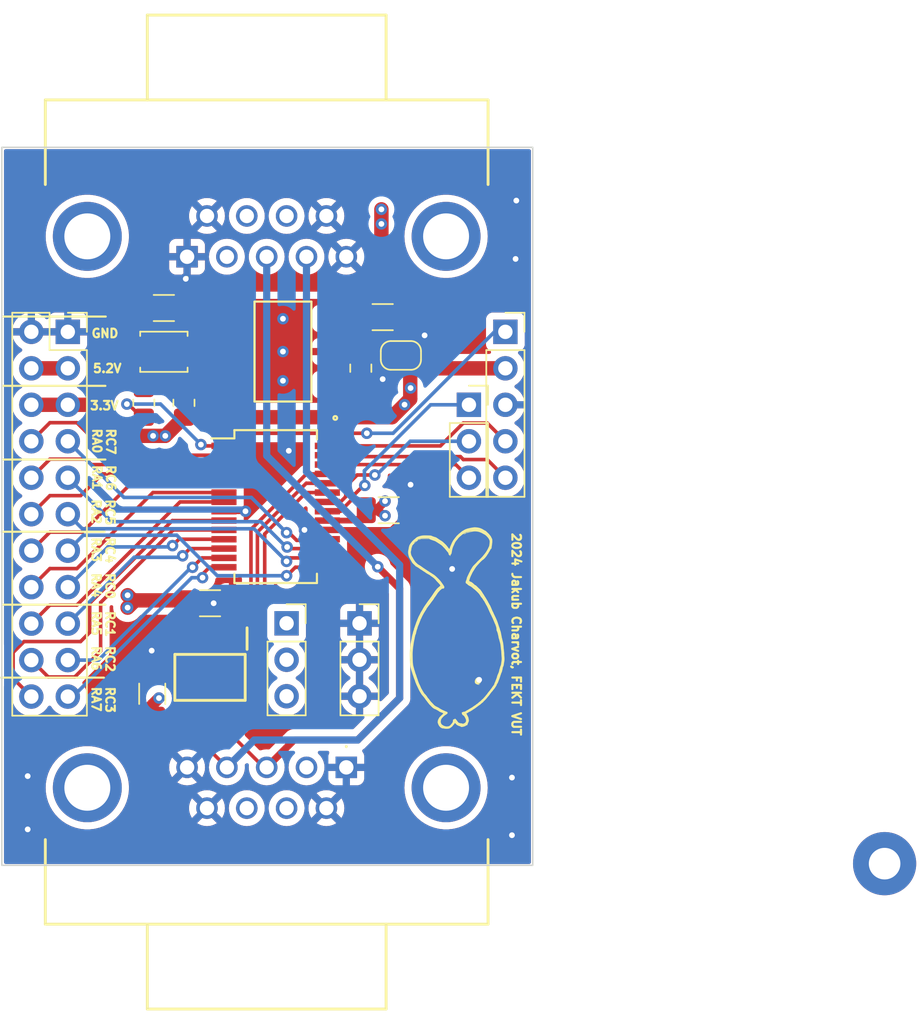
<source format=kicad_pcb>
(kicad_pcb (version 20221018) (generator pcbnew)
  (layers (0 "F.Cu" signal) (1 "In1.Cu" signal) (2 "In2.Cu" signal) (31 "B.Cu" signal) (34 "B.Paste" user) (35 "F.Paste" user) (36 "B.SilkS" user "B.Silkscreen") (37 "F.SilkS" user "F.Silkscreen") (38 "B.Mask" user) (39 "F.Mask" user) (44 "Edge.Cuts" user))
  (net 0 "")
  (net 1 "GND")
  (net 2 "/5.2V")
  (net 3 "Net-(IC1-CANH)")
  (net 4 "Net-(IC1-CANL)")
  (net 9 "/VDD")
  (net 10 "Net-(C4-Pad1)")
  (net 11 "/24V")
  (net 12 "/~{MCLR}")
  (net 13 "/RA0")
  (net 14 "/RA1")
  (net 15 "/RA2")
  (net 16 "/RA3")
  (net 17 "/RA4")
  (net 18 "/RA5")
  (net 19 "/RA7")
  (net 20 "/RA6")
  (net 21 "/RC0")
  (net 22 "/RC1")
  (net 23 "/RC2")
  (net 24 "/RC3")
  (net 25 "/RC4")
  (net 26 "/RC5")
  (net 27 "/RC6")
  (net 28 "/RC7")
  (net 29 "/RB0")
  (net 30 "/RB1")
  (net 31 "/CAN_RX")
  (net 32 "/CAN_TX")
  (net 33 "/RB5")
  (net 34 "/ICSP_CLK")
  (net 35 "/ICSP_DAT")
  (net 36 "/3V3")
  (net 37 "/CAN_STBY")
  (footprint "TLV761:SOT_8DCYR_TEX" (layer "F.Cu") (at 218.186 71.374 90)
    (fp_text reference "U1" hide)
    (fp_text value "TLV76133DCYR" hide)
    (pad "1" smd rect (at -2.3 3.2639 90) (size 0.889 1.4732) (layers "F.Cu" "F.Paste" "F.Mask") (net 1 "GND"))
    (pad "2" smd rect (at 0 3.2639 90) (size 0.889 1.4732) (layers "F.Cu" "F.Paste" "F.Mask") (net 36 "/3V3"))
    (pad "3" smd rect (at 2.3 3.2639 90) (size 0.889 1.4732) (layers "F.Cu" "F.Paste" "F.Mask") (net 2 "/5.2V"))
    (pad "4" smd rect (at 0 -3.2639 90) (size 3.1496 1.4732) (layers "F.Cu" "F.Paste" "F.Mask") (net 36 "/3V3"))
  )
  (footprint "Button_Switch_SMD:SW_SPST_B3U-1000P" (layer "F.Cu") (at 209.8929 71.388 180)
    (fp_text reference "SW1" hide)
    (fp_text value "SW_Push" hide)
    (pad "1" smd rect (at -1.7 0 180) (size 0.9 1.7) (layers "F.Cu" "F.Paste" "F.Mask") (net 1 "GND"))
    (pad "2" smd rect (at 1.7 0 180) (size 0.9 1.7) (layers "F.Cu" "F.Paste" "F.Mask") (net 10 "Net-(C4-Pad1)"))
  )
  (footprint "Connector_PinSocket_2.54mm:PinSocket_2x11_P2.54mm_Vertical" (layer "F.Cu") (at 203.2 70)
    (fp_text reference "J1" hide)
    (fp_text value "Conn_02x11_Socket" hide)
    (pad "1" thru_hole rect (at 0 0) (size 1.7 1.7) (drill 1) (layers "*.Cu" "*.Mask") (net 1 "GND"))
    (pad "2" thru_hole oval (at -2.54 0) (size 1.7 1.7) (drill 1) (layers "*.Cu" "*.Mask") (net 1 "GND"))
    (pad "3" thru_hole oval (at 0 2.54) (size 1.7 1.7) (drill 1) (layers "*.Cu" "*.Mask") (net 2 "/5.2V"))
    (pad "4" thru_hole oval (at -2.54 2.54) (size 1.7 1.7) (drill 1) (layers "*.Cu" "*.Mask") (net 2 "/5.2V"))
    (pad "5" thru_hole oval (at 0 5.08) (size 1.7 1.7) (drill 1) (layers "*.Cu" "*.Mask") (net 9 "/VDD"))
    (pad "6" thru_hole oval (at -2.54 5.08) (size 1.7 1.7) (drill 1) (layers "*.Cu" "*.Mask") (net 9 "/VDD"))
    (pad "7" thru_hole oval (at 0 7.62) (size 1.7 1.7) (drill 1) (layers "*.Cu" "*.Mask") (net 28 "/RC7"))
    (pad "8" thru_hole oval (at -2.54 7.62) (size 1.7 1.7) (drill 1) (layers "*.Cu" "*.Mask") (net 13 "/RA0"))
    (pad "9" thru_hole oval (at 0 10.16) (size 1.7 1.7) (drill 1) (layers "*.Cu" "*.Mask") (net 27 "/RC6"))
    (pad "10" thru_hole oval (at -2.54 10.16) (size 1.7 1.7) (drill 1) (layers "*.Cu" "*.Mask") (net 14 "/RA1"))
    (pad "11" thru_hole oval (at 0 12.7) (size 1.7 1.7) (drill 1) (layers "*.Cu" "*.Mask") (net 26 "/RC5"))
    (pad "12" thru_hole oval (at -2.54 12.7) (size 1.7 1.7) (drill 1) (layers "*.Cu" "*.Mask") (net 15 "/RA2"))
    (pad "13" thru_hole oval (at 0 15.24) (size 1.7 1.7) (drill 1) (layers "*.Cu" "*.Mask") (net 25 "/RC4"))
    (pad "14" thru_hole oval (at -2.54 15.24) (size 1.7 1.7) (drill 1) (layers "*.Cu" "*.Mask") (net 16 "/RA3"))
    (pad "15" thru_hole oval (at 0 17.78) (size 1.7 1.7) (drill 1) (layers "*.Cu" "*.Mask") (net 21 "/RC0"))
    (pad "16" thru_hole oval (at -2.54 17.78) (size 1.7 1.7) (drill 1) (layers "*.Cu" "*.Mask") (net 17 "/RA4"))
    (pad "17" thru_hole oval (at 0 20.32) (size 1.7 1.7) (drill 1) (layers "*.Cu" "*.Mask") (net 22 "/RC1"))
    (pad "18" thru_hole oval (at -2.54 20.32) (size 1.7 1.7) (drill 1) (layers "*.Cu" "*.Mask") (net 18 "/RA5"))
    (pad "19" thru_hole oval (at 0 22.86) (size 1.7 1.7) (drill 1) (layers "*.Cu" "*.Mask") (net 23 "/RC2"))
    (pad "20" thru_hole oval (at -2.54 22.86) (size 1.7 1.7) (drill 1) (layers "*.Cu" "*.Mask") (net 20 "/RA6"))
    (pad "21" thru_hole oval (at 0 25.4) (size 1.7 1.7) (drill 1) (layers "*.Cu" "*.Mask") (net 24 "/RC3"))
    (pad "22" thru_hole oval (at -2.54 25.4) (size 1.7 1.7) (drill 1) (layers "*.Cu" "*.Mask") (net 19 "/RA7"))
  )
  (footprint "DSUB-G17C09001:G17C0900132EU" (layer "F.Cu") (at 211.509 64.77 180)
    (fp_text reference "J3" hide)
    (fp_text value "G17C0900132EU" hide)
    (pad "1" thru_hole rect (at 0 0 180) (size 1.5 1.5) (drill 1) (layers "*.Cu" "*.Mask") (net 1 "GND"))
    (pad "2" thru_hole circle (at -2.772 0 180) (size 1.5 1.5) (drill 1) (layers "*.Cu" "*.Mask") (net 11 "/24V"))
    (pad "3" thru_hole circle (at -5.545 0 180) (size 1.5 1.5) (drill 1) (layers "*.Cu" "*.Mask") (net 3 "Net-(IC1-CANH)"))
    (pad "4" thru_hole circle (at -8.317 0 180) (size 1.5 1.5) (drill 1) (layers "*.Cu" "*.Mask") (net 4 "Net-(IC1-CANL)"))
    (pad "5" thru_hole circle (at -11.09 0 180) (size 1.5 1.5) (drill 1) (layers "*.Cu" "*.Mask") (net 1 "GND"))
    (pad "6" thru_hole circle (at -1.386 2.84 180) (size 1.5 1.5) (drill 1) (layers "*.Cu" "*.Mask") (net 1 "GND"))
    (pad "7" thru_hole circle (at -4.159 2.84 180) (size 1.5 1.5) (drill 1) (layers "*.Cu" "*.Mask") (net 11 "/24V"))
    (pad "8" thru_hole circle (at -6.931 2.84 180) (size 1.5 1.5) (drill 1) (layers "*.Cu" "*.Mask") (net 2 "/5.2V"))
    (pad "9" thru_hole circle (at -9.704 2.84 180) (size 1.5 1.5) (drill 1) (layers "*.Cu" "*.Mask") (net 1 "GND"))
    (pad "MH1" thru_hole circle (at 6.95 1.42 180) (size 4.8 4.8) (drill 3.2) (layers "*.Cu" "*.Mask"))
    (pad "MH2" thru_hole circle (at -18.04 1.42 180) (size 4.8 4.8) (drill 3.2) (layers "*.Cu" "*.Mask"))
  )
  (footprint "Capacitor_SMD:C_1206_3216Metric_Pad1.33x1.80mm_HandSolder" (layer "F.Cu") (at 213.106 88.9)
    (fp_text reference "C1" hide)
    (fp_text value "0.1uF" hide)
    (pad "1" smd roundrect (at -1.5625 0) (size 1.325 1.8) (layers "F.Cu" "F.Paste" "F.Mask") (roundrect_rratio 0.188679) (net 2 "/5.2V"))
    (pad "2" smd roundrect (at 1.5625 0) (size 1.325 1.8) (layers "F.Cu" "F.Paste" "F.Mask") (roundrect_rratio 0.188679) (net 1 "GND"))
  )
  (footprint "ATA6561-GAQW-N:SOIC127P600X175-8N" (layer "F.Cu") (at 213.106 94.06275 -90)
    (fp_text reference "IC1" hide)
    (fp_text value "ATA6561-GAQW-N" hide)
    (pad "1" smd rect (at -2.7 -1.905) (size 0.65 1.5) (layers "F.Cu" "F.Paste" "F.Mask") (net 32 "/CAN_TX"))
    (pad "2" smd rect (at -2.7 -0.635) (size 0.65 1.5) (layers "F.Cu" "F.Paste" "F.Mask") (net 1 "GND"))
    (pad "3" smd rect (at -2.7 0.635) (size 0.65 1.5) (layers "F.Cu" "F.Paste" "F.Mask") (net 2 "/5.2V"))
    (pad "4" smd rect (at -2.7 1.905) (size 0.65 1.5) (layers "F.Cu" "F.Paste" "F.Mask") (net 31 "/CAN_RX"))
    (pad "5" smd rect (at 2.7 1.905) (size 0.65 1.5) (layers "F.Cu" "F.Paste" "F.Mask") (net 9 "/VDD"))
    (pad "6" smd rect (at 2.7 0.635) (size 0.65 1.5) (layers "F.Cu" "F.Paste" "F.Mask") (net 4 "Net-(IC1-CANL)"))
    (pad "7" smd rect (at 2.7 -0.635) (size 0.65 1.5) (layers "F.Cu" "F.Paste" "F.Mask") (net 3 "Net-(IC1-CANH)"))
    (pad "8" smd rect (at 2.7 -1.905) (size 0.65 1.5) (layers "F.Cu" "F.Paste" "F.Mask") (net 37 "/CAN_STBY"))
  )
  (footprint "Resistor_SMD:R_0805_2012Metric_Pad1.20x1.40mm_HandSolder" (layer "F.Cu") (at 211.2899 74.944 -90)
    (fp_text reference "R1" hide)
    (fp_text value "10k" hide)
    (pad "1" smd roundrect (at -1 0 270) (size 1.2 1.4) (layers "F.Cu" "F.Paste" "F.Mask") (roundrect_rratio 0.208333) (net 10 "Net-(C4-Pad1)"))
    (pad "2" smd roundrect (at 1 0 270) (size 1.2 1.4) (layers "F.Cu" "F.Paste" "F.Mask") (roundrect_rratio 0.208333) (net 9 "/VDD"))
  )
  (footprint "DSUB-G17C09001:G17C0900132EU" (layer "F.Cu") (at 222.599 100.33)
    (fp_text reference "J4" hide)
    (fp_text value "G17C0900132EU" hide)
    (pad "1" thru_hole rect (at 0 0) (size 1.5 1.5) (drill 1) (layers "*.Cu" "*.Mask") (net 1 "GND"))
    (pad "2" thru_hole circle (at -2.772 0) (size 1.5 1.5) (drill 1) (layers "*.Cu" "*.Mask") (net 11 "/24V"))
    (pad "3" thru_hole circle (at -5.545 0) (size 1.5 1.5) (drill 1) (layers "*.Cu" "*.Mask") (net 3 "Net-(IC1-CANH)"))
    (pad "4" thru_hole circle (at -8.317 0) (size 1.5 1.5) (drill 1) (layers "*.Cu" "*.Mask") (net 4 "Net-(IC1-CANL)"))
    (pad "5" thru_hole circle (at -11.09 0) (size 1.5 1.5) (drill 1) (layers "*.Cu" "*.Mask") (net 1 "GND"))
    (pad "6" thru_hole circle (at -1.386 2.84) (size 1.5 1.5) (drill 1) (layers "*.Cu" "*.Mask") (net 1 "GND"))
    (pad "7" thru_hole circle (at -4.159 2.84) (size 1.5 1.5) (drill 1) (layers "*.Cu" "*.Mask") (net 11 "/24V"))
    (pad "8" thru_hole circle (at -6.931 2.84) (size 1.5 1.5) (drill 1) (layers "*.Cu" "*.Mask") (net 2 "/5.2V"))
    (pad "9" thru_hole circle (at -9.704 2.84) (size 1.5 1.5) (drill 1) (layers "*.Cu" "*.Mask") (net 1 "GND"))
    (pad "MH1" thru_hole circle (at 6.95 1.42) (size 4.8 4.8) (drill 3.2) (layers "*.Cu" "*.Mask"))
    (pad "MH2" thru_hole circle (at -18.04 1.42) (size 4.8 4.8) (drill 3.2) (layers "*.Cu" "*.Mask"))
  )
  (footprint "Package_SO:SSOP-28_5.3x10.2mm_P0.65mm" (layer "F.Cu") (at 217.678 82.169)
    (fp_text reference "U2" hide)
    (fp_text value "PIC18F26Q83" hide)
    (pad "1" smd rect (at -3.6 -4.225) (size 1.75 0.45) (layers "F.Cu" "F.Paste" "F.Mask") (net 12 "/~{MCLR}"))
    (pad "2" smd rect (at -3.6 -3.575) (size 1.75 0.45) (layers "F.Cu" "F.Paste" "F.Mask") (net 13 "/RA0"))
    (pad "3" smd rect (at -3.6 -2.925) (size 1.75 0.45) (layers "F.Cu" "F.Paste" "F.Mask") (net 14 "/RA1"))
    (pad "4" smd rect (at -3.6 -2.275) (size 1.75 0.45) (layers "F.Cu" "F.Paste" "F.Mask") (net 15 "/RA2"))
    (pad "5" smd rect (at -3.6 -1.625) (size 1.75 0.45) (layers "F.Cu" "F.Paste" "F.Mask") (net 16 "/RA3"))
    (pad "6" smd rect (at -3.6 -0.975) (size 1.75 0.45) (layers "F.Cu" "F.Paste" "F.Mask") (net 17 "/RA4"))
    (pad "7" smd rect (at -3.6 -0.325) (size 1.75 0.45) (layers "F.Cu" "F.Paste" "F.Mask") (net 18 "/RA5"))
    (pad "8" smd rect (at -3.6 0.325) (size 1.75 0.45) (layers "F.Cu" "F.Paste" "F.Mask") (net 1 "GND"))
    (pad "9" smd rect (at -3.6 0.975) (size 1.75 0.45) (layers "F.Cu" "F.Paste" "F.Mask") (net 19 "/RA7"))
    (pad "10" smd rect (at -3.6 1.625) (size 1.75 0.45) (layers "F.Cu" "F.Paste" "F.Mask") (net 20 "/RA6"))
    (pad "11" smd rect (at -3.6 2.275) (size 1.75 0.45) (layers "F.Cu" "F.Paste" "F.Mask") (net 21 "/RC0"))
    (pad "12" smd rect (at -3.6 2.925) (size 1.75 0.45) (layers "F.Cu" "F.Paste" "F.Mask") (net 22 "/RC1"))
    (pad "13" smd rect (at -3.6 3.575) (size 1.75 0.45) (layers "F.Cu" "F.Paste" "F.Mask") (net 23 "/RC2"))
    (pad "14" smd rect (at -3.6 4.225) (size 1.75 0.45) (layers "F.Cu" "F.Paste" "F.Mask") (net 24 "/RC3"))
    (pad "15" smd rect (at 3.6 4.225) (size 1.75 0.45) (layers "F.Cu" "F.Paste" "F.Mask") (net 25 "/RC4"))
    (pad "16" smd rect (at 3.6 3.575) (size 1.75 0.45) (layers "F.Cu" "F.Paste" "F.Mask") (net 26 "/RC5"))
    (pad "17" smd rect (at 3.6 2.925) (size 1.75 0.45) (layers "F.Cu" "F.Paste" "F.Mask") (net 27 "/RC6"))
    (pad "18" smd rect (at 3.6 2.275) (size 1.75 0.45) (layers "F.Cu" "F.Paste" "F.Mask") (net 28 "/RC7"))
    (pad "19" smd rect (at 3.6 1.625) (size 1.75 0.45) (layers "F.Cu" "F.Paste" "F.Mask") (net 1 "GND"))
    (pad "20" smd rect (at 3.6 0.975) (size 1.75 0.45) (layers "F.Cu" "F.Paste" "F.Mask") (net 9 "/VDD"))
    (pad "21" smd rect (at 3.6 0.325) (size 1.75 0.45) (layers "F.Cu" "F.Paste" "F.Mask") (net 29 "/RB0"))
    (pad "22" smd rect (at 3.6 -0.325) (size 1.75 0.45) (layers "F.Cu" "F.Paste" "F.Mask") (net 30 "/RB1"))
    (pad "23" smd rect (at 3.6 -0.975) (size 1.75 0.45) (layers "F.Cu" "F.Paste" "F.Mask") (net 37 "/CAN_STBY"))
    (pad "24" smd rect (at 3.6 -1.625) (size 1.75 0.45) (layers "F.Cu" "F.Paste" "F.Mask") (net 31 "/CAN_RX"))
    (pad "25" smd rect (at 3.6 -2.275) (size 1.75 0.45) (layers "F.Cu" "F.Paste" "F.Mask") (net 32 "/CAN_TX"))
    (pad "26" smd rect (at 3.6 -2.925) (size 1.75 0.45) (layers "F.Cu" "F.Paste" "F.Mask") (net 33 "/RB5"))
    (pad "27" smd rect (at 3.6 -3.575) (size 1.75 0.45) (layers "F.Cu" "F.Paste" "F.Mask") (net 34 "/ICSP_CLK"))
    (pad "28" smd rect (at 3.6 -4.225) (size 1.75 0.45) (layers "F.Cu" "F.Paste" "F.Mask") (net 35 "/ICSP_DAT"))
  )
  (footprint "Capacitor_SMD:C_1206_3216Metric_Pad1.33x1.80mm_HandSolder" (layer "F.Cu") (at 225.552 82.423)
    (fp_text reference "C6" hide)
    (fp_text value "0.1u" hide)
    (pad "1" smd roundrect (at -1.5625 0) (size 1.325 1.8) (layers "F.Cu" "F.Paste" "F.Mask") (roundrect_rratio 0.188679) (net 9 "/VDD"))
    (pad "2" smd roundrect (at 1.5625 0) (size 1.325 1.8) (layers "F.Cu" "F.Paste" "F.Mask") (roundrect_rratio 0.188679) (net 1 "GND"))
  )
  (footprint "LOGO" (layer "F.Cu") (at 230.2764 90.7796 -90)
    (fp_text reference "G***" hide)
    (fp_text value "LOGO" hide)
  )
  (footprint "Capacitor_SMD:C_1206_3216Metric_Pad1.33x1.80mm_HandSolder" (layer "F.Cu") (at 209.8929 68.34)
    (fp_text reference "C4" hide)
    (fp_text value "0.1u" hide)
    (pad "1" smd roundrect (at -1.5625 0) (size 1.325 1.8) (layers "F.Cu" "F.Paste" "F.Mask") (roundrect_rratio 0.188679) (net 10 "Net-(C4-Pad1)"))
    (pad "2" smd roundrect (at 1.5625 0) (size 1.325 1.8) (layers "F.Cu" "F.Paste" "F.Mask") (roundrect_rratio 0.188679) (net 1 "GND"))
  )
  (footprint "Capacitor_SMD:C_1206_3216Metric_Pad1.33x1.80mm_HandSolder" (layer "F.Cu") (at 225.1329 68.975)
    (fp_text reference "C3" hide)
    (fp_text value "22uF" hide)
    (pad "1" smd roundrect (at -1.5625 0) (size 1.325 1.8) (layers "F.Cu" "F.Paste" "F.Mask") (roundrect_rratio 0.188679) (net 2 "/5.2V"))
    (pad "2" smd roundrect (at 1.5625 0) (size 1.325 1.8) (layers "F.Cu" "F.Paste" "F.Mask") (roundrect_rratio 0.188679) (net 1 "GND"))
  )
  (footprint "Capacitor_SMD:C_1206_3216Metric_Pad1.33x1.80mm_HandSolder" (layer "F.Cu") (at 209.0805 95.20575 90)
    (fp_text reference "C2" hide)
    (fp_text value "0.1uF" hide)
    (pad "1" smd roundrect (at -1.5625 0 90) (size 1.325 1.8) (layers "F.Cu" "F.Paste" "F.Mask") (roundrect_rratio 0.188679) (net 9 "/VDD"))
    (pad "2" smd roundrect (at 1.5625 0 90) (size 1.325 1.8) (layers "F.Cu" "F.Paste" "F.Mask") (roundrect_rratio 0.188679) (net 1 "GND"))
  )
  (footprint "Connector_PinSocket_2.54mm:PinSocket_1x05_P2.54mm_Vertical" (layer "F.Cu") (at 233.68 70)
    (fp_text reference "J8" hide)
    (fp_text value "Conn_01x05_Socket" hide)
    (pad "1" thru_hole rect (at 0 0) (size 1.7 1.7) (drill 1) (layers "*.Cu" "*.Mask") (net 12 "/~{MCLR}"))
    (pad "2" thru_hole oval (at 0 2.54) (size 1.7 1.7) (drill 1) (layers "*.Cu" "*.Mask") (net 9 "/VDD"))
    (pad "3" thru_hole oval (at 0 5.08) (size 1.7 1.7) (drill 1) (layers "*.Cu" "*.Mask") (net 1 "GND"))
    (pad "4" thru_hole oval (at 0 7.62) (size 1.7 1.7) (drill 1) (layers "*.Cu" "*.Mask") (net 35 "/ICSP_DAT"))
    (pad "5" thru_hole oval (at 0 10.16) (size 1.7 1.7) (drill 1) (layers "*.Cu" "*.Mask") (net 34 "/ICSP_CLK"))
  )
  (footprint "Capacitor_SMD:C_0805_2012Metric_Pad1.18x1.45mm_HandSolder" (layer "F.Cu") (at 223.6089 72.531 -90)
    (fp_text reference "C5" hide)
    (fp_text value "4.7uF" hide)
    (pad "1" smd roundrect (at -1.0375 0 270) (size 1.175 1.45) (layers "F.Cu" "F.Paste" "F.Mask") (roundrect_rratio 0.212766) (net 36 "/3V3"))
    (pad "2" smd roundrect (at 1.0375 0 270) (size 1.175 1.45) (layers "F.Cu" "F.Paste" "F.Mask") (roundrect_rratio 0.212766) (net 1 "GND"))
  )
  (footprint "MountingHole:MountingHole_2.2mm_M2_Pad" (layer "F.Cu") (at 260.096 107.0356)
    (fp_text reference "REF**" hide)
    (fp_text value "MountingHole_2.2mm_M2_Pad" hide)
    (pad "1" thru_hole circle (at 0 0) (size 4.4 4.4) (drill 2.2) (layers "*.Cu" "*.Mask"))
  )
  (footprint "Connector_PinSocket_2.54mm:PinSocket_1x03_P2.54mm_Vertical" (layer "F.Cu") (at 218.44 90.297)
    (fp_text reference "J9" hide)
    (fp_text value "Conn_01x03_Socket" hide)
    (pad "1" thru_hole rect (at 0 0) (size 1.7 1.7) (drill 1) (layers "*.Cu" "*.Mask") (net 11 "/24V"))
    (pad "2" thru_hole oval (at 0 2.54) (size 1.7 1.7) (drill 1) (layers "*.Cu" "*.Mask") (net 11 "/24V"))
    (pad "3" thru_hole oval (at 0 5.08) (size 1.7 1.7) (drill 1) (layers "*.Cu" "*.Mask") (net 11 "/24V"))
  )
  (footprint "Connector_PinSocket_2.54mm:PinSocket_1x03_P2.54mm_Vertical" (layer "F.Cu") (at 223.52 90.297)
    (fp_text reference "J6" hide)
    (fp_text value "Conn_01x03_Socket" hide)
    (pad "1" thru_hole rect (at 0 0) (size 1.7 1.7) (drill 1) (layers "*.Cu" "*.Mask") (net 1 "GND"))
    (pad "2" thru_hole oval (at 0 2.54) (size 1.7 1.7) (drill 1) (layers "*.Cu" "*.Mask") (net 1 "GND"))
    (pad "3" thru_hole oval (at 0 5.08) (size 1.7 1.7) (drill 1) (layers "*.Cu" "*.Mask") (net 1 "GND"))
  )
  (footprint "Resistor_SMD:R_0805_2012Metric_Pad1.20x1.40mm_HandSolder" (layer "F.Cu") (at 208.4959 74.944 -90)
    (fp_text reference "R2" hide)
    (fp_text value "1k" hide)
    (pad "1" smd roundrect (at -1 0 270) (size 1.2 1.4) (layers "F.Cu" "F.Paste" "F.Mask") (roundrect_rratio 0.208333) (net 10 "Net-(C4-Pad1)"))
    (pad "2" smd roundrect (at 1 0 270) (size 1.2 1.4) (layers "F.Cu" "F.Paste" "F.Mask") (roundrect_rratio 0.208333) (net 12 "/~{MCLR}"))
  )
  (footprint "Connector_PinSocket_2.54mm:PinSocket_1x03_P2.54mm_Vertical" (layer "F.Cu") (at 231.14 75.08)
    (fp_text reference "J5" hide)
    (fp_text value "Conn_01x03_Socket" hide)
    (pad "1" thru_hole rect (at 0 0) (size 1.7 1.7) (drill 1) (layers "*.Cu" "*.Mask") (net 29 "/RB0"))
    (pad "2" thru_hole oval (at 0 2.54) (size 1.7 1.7) (drill 1) (layers "*.Cu" "*.Mask") (net 30 "/RB1"))
    (pad "3" thru_hole oval (at 0 5.08) (size 1.7 1.7) (drill 1) (layers "*.Cu" "*.Mask") (net 33 "/RB5"))
  )
  (footprint "Jumper:SolderJumper-2_P1.3mm_Open_RoundedPad1.0x1.5mm" (layer "F.Cu") (at 226.4029 71.642)
    (fp_text reference "JP1" hide)
    (fp_text value "SolderJumper_2_Open" hide)
    (pad "1" smd custom (at -0.65 0) (size 1 0.5) (layers "F.Cu" "F.Mask") (net 36 "/3V3") (options (clearance outline) (anchor rect)) (primitives (gr_circle (center 0 0.25) (end 0.5 0.25) (width 0) (fill yes)) (gr_circle (center 0 -0.25) (end 0.5 -0.25) (width 0) (fill yes)) (gr_poly (pts (xy 0.5 0.75) (xy 0 0.75) (xy 0 -0.75) (xy 0.5 -0.75)) (width 0) (fill yes))))
    (pad "2" smd custom (at 0.65 0) (size 1 0.5) (layers "F.Cu" "F.Mask") (net 9 "/VDD") (options (clearance outline) (anchor rect)) (primitives (gr_circle (center 0 0.25) (end 0.5 0.25) (width 0) (fill yes)) (gr_circle (center 0 -0.25) (end 0.5 -0.25) (width 0) (fill yes)) (gr_poly (pts (xy 0 0.75) (xy -0.5 0.75) (xy -0.5 -0.75) (xy 0 -0.75)) (width 0) (fill yes))))
  )
  (gr_line (start 198.6026 83.9216) (end 205.7654 83.9216) (stroke (width 0.15)) (layer "F.SilkS"))
  (gr_line (start 198.6534 73.7616) (end 205.8162 73.7616) (stroke (width 0.15)) (layer "F.SilkS"))
  (gr_line (start 198.6788 68.9356) (end 205.8416 68.9356) (stroke (width 0.15)) (layer "F.SilkS"))
  (gr_line (start 198.5518 94.0816) (end 205.7146 94.0816) (stroke (width 0.15)) (layer "F.SilkS"))
  (gr_line (start 198.6534 78.8924) (end 205.8162 78.8924) (stroke (width 0.15)) (layer "F.SilkS"))
  (gr_line (start 198.6534 89.0016) (end 205.8162 89.0016) (stroke (width 0.15)) (layer "F.SilkS"))
  (gr_rect (start 198.603 57.15) (end 235.585 107.15) (stroke (width 0.1)) (fill none) (layer "Edge.Cuts"))
  (gr_text "RC6\nRA1" (at 204.8764 79.1972 270) (layer "F.SilkS") (effects (font (size 0.6 0.6)) (justify left bottom)))
  (gr_text "RC0\nRA4" (at 204.8256 86.7156 270) (layer "F.SilkS") (effects (font (size 0.6 0.6)) (justify left bottom)))
  (gr_text "GND" (at 204.7748 70.4596) (layer "F.SilkS") (effects (font (size 0.6 0.6)) (justify left bottom)))
  (gr_text "2024 Jakub Charvot, FEKT VUT" (at 234.0864 83.9216 -90) (layer "F.SilkS") (effects (font (size 0.6 0.6)) (justify left bottom)))
  (gr_text "RC7\nRA0" (at 204.8764 76.6572 -90) (layer "F.SilkS") (effects (font (size 0.6 0.6)) (justify left bottom)))
  (gr_text "RC1\nRA5" (at 204.8256 89.3572 270) (layer "F.SilkS") (effects (font (size 0.6 0.6)) (justify left bottom)))
  (gr_text "RC2\nRA6" (at 204.8256 91.7956 270) (layer "F.SilkS") (effects (font (size 0.6 0.6)) (justify left bottom)))
  (gr_text "5.2V" (at 204.8764 72.898) (layer "F.SilkS") (effects (font (size 0.6 0.6)) (justify left bottom)))
  (gr_text "RC3\nRA7" (at 204.8256 94.6404 270) (layer "F.SilkS") (effects (font (size 0.6 0.6)) (justify left bottom)))
  (gr_text "RC4\nRA3" (at 204.8256 84.2264 270) (layer "F.SilkS") (effects (font (size 0.6 0.6)) (justify left bottom)))
  (gr_text "3.3V" (at 204.6732 75.4888) (layer "F.SilkS") (effects (font (size 0.6 0.6)) (justify left bottom)))
  (gr_text "RC5\nRA2" (at 204.8256 81.5848 270) (layer "F.SilkS") (effects (font (size 0.6 0.6)) (justify left bottom)))
  (segment (start 219.684 83.794) (end 221.278 83.794) (width 0.4) (layer "F.Cu") (net 1))
  (segment (start 213.741 91.36275) (end 213.741 89.8275) (width 0.5) (layer "F.Cu") (net 1))
  (segment (start 226.7839 68.975) (end 228.0539 70.245) (width 0.5) (layer "F.Cu") (net 1))
  (segment (start 211.5929 71.388) (end 211.5929 68.4775) (width 0.5) (layer "F.Cu") (net 1))
  (segment (start 214.6685 88.9) (end 213.36 88.9) (width 0.5) (layer "F.Cu") (net 1))
  (segment (start 215.575 82.494) (end 214.078 82.494) (width 0.4) (layer "F.Cu") (net 1))
  (segment (start 221.4499 73.674) (end 223.5034 73.674) (width 0.6) (layer "F.Cu") (net 1))
  (segment (start 227.1145 80.6835) (end 227.076 80.645) (width 0.4) (layer "F.Cu") (net 1))
  (segment (start 223.8844 73.293) (end 225.1329 73.293) (width 0.6) (layer "F.Cu") (net 1))
  (segment (start 211.5929 68.4775) (end 211.4554 68.34) (width 0.5) (layer "F.Cu") (net 1))
  (segment (start 226.6954 68.975) (end 226.7839 68.975) (width 0.5) (layer "F.Cu") (net 1))
  (segment (start 209.042 92.202) (end 209.0805 92.2405) (width 0.5) (layer "F.Cu") (net 1))
  (segment (start 223.6089 73.5685) (end 223.8844 73.293) (width 0.25) (layer "F.Cu") (net 1))
  (segment (start 211.4554 66.3465) (end 211.4554 68.34) (width 0.5) (layer "F.Cu") (net 1))
  (segment (start 223.5034 73.674) (end 223.6089 73.5685) (width 0.25) (layer "F.Cu") (net 1))
  (segment (start 227.1145 82.423) (end 227.1145 80.6835) (width 0.4) (layer "F.Cu") (net 1))
  (segment (start 225.7435 83.794) (end 227.1145 82.423) (width 0.4) (layer "F.Cu") (net 1))
  (segment (start 213.741 89.8275) (end 214.6685 88.9) (width 0.5) (layer "F.Cu") (net 1))
  (segment (start 221.278 83.794) (end 225.7435 83.794) (width 0.4) (layer "F.Cu") (net 1))
  (segment (start 211.4169 66.308) (end 211.4554 66.3465) (width 0.5) (layer "F.Cu") (net 1))
  (segment (start 209.0805 92.2405) (end 209.0805 93.64325) (width 0.5) (layer "F.Cu") (net 1))
  (via (at 211.4169 66.308) (size 0.8) (drill 0.4) (layers "F.Cu" "B.Cu") (net 1))
  (via (at 213.36 88.9) (size 0.8) (drill 0.4) (layers "F.Cu" "B.Cu") (net 1))
  (via (at 234.1372 101.0412) (size 0.8) (drill 0.4) (layers "F.Cu" "B.Cu") (net 1))
  (via (at 209.042 92.202) (size 0.8) (drill 0.4) (layers "F.Cu" "B.Cu") (net 1))
  (via (at 234.442 60.8584) (size 0.8) (drill 0.4) (layers "F.Cu" "B.Cu") (net 1))
  (via (at 225.1329 73.293) (size 0.8) (drill 0.4) (layers "F.Cu" "B.Cu") (net 1))
  (via (at 234.3912 64.9224) (size 0.8) (drill 0.4) (layers "F.Cu" "B.Cu") (net 1))
  (via (at 228.0539 70.245) (size 0.8) (drill 0.4) (layers "F.Cu" "B.Cu") (net 1))
  (via (at 215.575 82.494) (size 0.8) (drill 0.4) (layers "F.Cu" "B.Cu") (net 1))
  (via (at 231.8512 94.234) (size 0.8) (drill 0.4) (layers "F.Cu" "B.Cu") (net 1))
  (via (at 200.406 100.9396) (size 0.8) (drill 0.4) (layers "F.Cu" "B.Cu") (net 1))
  (via (at 200.406 104.648) (size 0.8) (drill 0.4) (layers "F.Cu" "B.Cu") (net 1))
  (via (at 234.1372 105.0544) (size 0.8) (drill 0.4) (layers "F.Cu" "B.Cu") (net 1))
  (via (at 229.9716 86.5124) (size 0.8) (drill 0.4) (layers "F.Cu" "B.Cu") (net 1))
  (via (at 227.076 80.645) (size 0.8) (drill 0.4) (layers "F.Cu" "B.Cu") (net 1))
  (via (at 219.684 83.794) (size 0.8) (drill 0.4) (layers "F.Cu" "B.Cu") (net 1))
  (via (at 218.5924 78.2828) (size 0.8) (drill 0.4) (layers "F.Cu" "B.Cu") (net 1))
  (segment (start 207.3656 89.2048) (end 207.870178 88.700222) (width 1) (layer "F.Cu") (net 2))
  (segment (start 211.5435 88.9) (end 212.452397 89.808897) (width 0.5) (layer "F.Cu") (net 2))
  (segment (start 207.870178 88.700222) (end 211.343722 88.700222) (width 1) (layer "F.Cu") (net 2))
  (segment (start 203.2 72.54) (end 200.66 72.54) (width 1) (layer "F.Cu") (net 2))
  (segment (start 223.4714 69.074) (end 223.5704 68.975) (width 0.25) (layer "F.Cu") (net 2))
  (segment (start 207.3656 89.2048) (end 207.724622 88.845778) (width 1) (layer "F.Cu") (net 2))
  (segment (start 207.724622 88.845778) (end 207.724622 88.700222) (width 1) (layer "F.Cu") (net 2))
  (segment (start 211.343722 88.700222) (end 211.5435 88.9) (width 1) (layer "F.Cu") (net 2))
  (segment (start 225.044 67.5014) (end 223.5704 68.975) (width 1) (layer "F.Cu") (net 2))
  (segment (start 207.724622 88.700222) (end 207.3656 88.3412) (width 1) (layer "F.Cu") (net 2))
  (segment (start 225.044 62.484) (end 225.044 67.5014) (width 1) (layer "F.Cu") (net 2))
  (segment (start 212.452397 89.808897) (end 212.452397 91.162972) (width 0.5) (layer "F.Cu") (net 2))
  (segment (start 221.4499 69.074) (end 223.4714 69.074) (width 0.6) (layer "F.Cu") (net 2))
  (segment (start 225.044 62.484) (end 225.044 61.468) (width 1) (layer "F.Cu") (net 2))
  (via (at 207.3656 88.3412) (size 0.8) (drill 0.4) (layers "F.Cu" "B.Cu") (net 2))
  (via (at 225.044 61.468) (size 0.8) (drill 0.4) (layers "F.Cu" "B.Cu") (net 2))
  (via (at 225.044 62.484) (size 0.8) (drill 0.4) (layers "F.Cu" "B.Cu") (net 2))
  (via (at 207.3656 89.2048) (size 0.8) (drill 0.4) (layers "F.Cu" "B.Cu") (net 2))
  (segment (start 216.85325 100.33) (end 217.054 100.33) (width 0.25) (layer "F.Cu") (net 3))
  (segment (start 218.959 98.425) (end 217.054 100.33) (width 0.5) (layer "F.Cu") (net 3))
  (segment (start 213.741 96.76275) (end 213.741 97.21775) (width 0.25) (layer "F.Cu") (net 3))
  (segment (start 226.314 95.504) (end 223.393 98.425) (width 0.5) (layer "F.Cu") (net 3))
  (segment (start 223.393 98.425) (end 218.959 98.425) (width 0.5) (layer "F.Cu") (net 3))
  (segment (start 226.314 87.884) (end 226.314 95.504) (width 0.5) (layer "F.Cu") (net 3))
  (segment (start 213.741 97.21775) (end 216.85325 100.33) (width 0.25) (layer "F.Cu") (net 3))
  (segment (start 224.79 86.36) (end 226.314 87.884) (width 0.5) (layer "F.Cu") (net 3))
  (via (at 224.79 86.36) (size 0.8) (drill 0.4) (layers "F.Cu" "B.Cu") (net 3))
  (segment (start 217.054 78.624) (end 217.054 64.77) (width 0.5) (layer "B.Cu") (net 3))
  (segment (start 224.79 86.36) (end 217.054 78.624) (width 0.5) (layer "B.Cu") (net 3))
  (segment (start 212.471 98.519) (end 212.471 96.76275) (width 0.25) (layer "F.Cu") (net 4))
  (segment (start 214.282 100.33) (end 212.471 98.519) (width 0.25) (layer "F.Cu") (net 4))
  (segment (start 223.393 98.425) (end 226.314 95.504) (width 0.5) (layer "B.Cu") (net 4))
  (segment (start 219.826 79.745) (end 219.826 64.77) (width 0.5) (layer "B.Cu") (net 4))
  (segment (start 216.187 98.425) (end 223.393 98.425) (width 0.5) (layer "B.Cu") (net 4))
  (segment (start 226.314 86.233) (end 219.826 79.745) (width 0.5) (layer "B.Cu") (net 4))
  (segment (start 226.314 95.504) (end 226.314 86.233) (width 0.5) (layer "B.Cu") (net 4))
  (segment (start 214.282 100.33) (end 216.187 98.425) (width 0.5) (layer "B.Cu") (net 4))
  (segment (start 224.663 82.423) (end 225.298 81.788) (width 0.6) (layer "F.Cu") (net 9))
  (segment (start 211.2899 75.944) (end 211.2919 75.946) (width 1) (layer "F.Cu") (net 9))
  (segment (start 209.9899 77.244) (end 211.2899 75.944) (width 1) (layer "F.Cu") (net 9))
  (segment (start 209.086 96.76275) (end 209.0805 96.76825) (width 0.25) (layer "F.Cu") (net 9))
  (segment (start 209.55 95.504) (end 209.0805 95.9735) (width 0.8) (layer "F.Cu") (net 9))
  (segment (start 206.916 77.244) (end 204.752 75.08) (width 1) (layer "F.Cu") (net 9))
  (segment (start 209.139897 77.244) (end 206.916 77.244) (width 1) (layer "F.Cu") (net 9))
  (segment (start 203.2 75.08) (end 200.66 75.08) (width 1) (layer "F.Cu") (net 9))
  (segment (start 211.2919 75.946) (end 225.7819 75.946) (width 1) (layer "F.Cu") (net 9))
  (segment (start 221.278 83.144) (end 223.2685 83.144) (width 0.4) (layer "F.Cu") (net 9))
  (segment (start 211.1125 96.76275) (end 209.086 96.76275) (width 0.5) (layer "F.Cu") (net 9))
  (segment (start 211.074 96.76275) (end 211.074 97.18775) (width 0.25) (layer "F.Cu") (net 9))
  (segment (start 204.752 75.08) (end 203.2 75.08) (width 1) (layer "F.Cu") (net 9))
  (segment (start 225.7819 75.946) (end 227.0529 74.675) (width 1) (layer "F.Cu") (net 9))
  (segment (start 224.663 82.423) (end 224.1165 82.296) (width 0.6) (layer "F.Cu") (net 9))
  (segment (start 227.9509 72.54) (end 233.68 72.54) (width 1) (layer "F.Cu") (net 9))
  (segment (start 209.0805 95.9735) (end 209.0805 96.76825) (width 0.8) (layer "F.Cu") (net 9))
  (segment (start 227.0529 74.675) (end 227.0529 71.642) (width 1) (layer "F.Cu") (net 9))
  (segment (start 227.0529 71.642) (end 227.9509 72.54) (width 1) (layer "F.Cu") (net 9))
  (segment (start 225.298 82.804) (end 224.663 82.423) (width 0.6) (layer "F.Cu") (net 9))
  (segment (start 223.9895 82.423) (end 224.663 82.423) (width 0.6) (layer "F.Cu") (net 9))
  (segment (start 209.139897 77.244) (end 209.9899 77.244) (width 1) (layer "F.Cu") (net 9))
  (segment (start 223.2685 83.144) (end 223.9895 82.423) (width 0.4) (layer "F.Cu") (net 9))
  (segment (start 224.1165 82.296) (end 223.9895 82.423) (width 0.4) (layer "F.Cu") (net 9))
  (via (at 227.076 73.914) (size 0.8) (drill 0.4) (layers "F.Cu" "B.Cu") (net 9))
  (via (at 209.9899 77.244) (size 0.8) (drill 0.4) (layers "F.Cu" "B.Cu") (net 9))
  (via (at 226.6569 75.071) (size 0.8) (drill 0.4) (layers "F.Cu" "B.Cu") (net 9))
  (via (at 225.298 81.788) (size 0.8) (drill 0.4) (layers "F.Cu" "B.Cu") (net 9))
  (via (at 209.139897 77.244) (size 0.8) (drill 0.4) (layers "F.Cu" "B.Cu") (net 9))
  (via (at 225.298 82.804) (size 0.8) (drill 0.4) (layers "F.Cu" "B.Cu") (net 9))
  (via (at 209.55 95.504) (size 0.8) (drill 0.4) (layers "F.Cu" "B.Cu") (net 9))
  (segment (start 208.1929 68.4775) (end 208.3304 68.34) (width 0.25) (layer "F.Cu") (net 10))
  (segment (start 208.1929 73.641) (end 208.4959 73.944) (width 0.25) (layer "F.Cu") (net 10))
  (segment (start 208.1929 71.388) (end 208.1929 73.641) (width 0.25) (layer "F.Cu") (net 10))
  (segment (start 208.1929 71.388) (end 208.1929 68.4775) (width 0.25) (layer "F.Cu") (net 10))
  (segment (start 208.4959 73.944) (end 211.2899 73.944) (width 0.25) (layer "F.Cu") (net 10))
  (segment (start 212.564 77.944) (end 212.471 77.851) (width 0.25) (layer "F.Cu") (net 12))
  (segment (start 214.078 77.944) (end 212.564 77.944) (width 0.25) (layer "F.Cu") (net 12))
  (segment (start 214.078 77.944) (end 214.9584 77.0636) (width 0.25) (layer "F.Cu") (net 12))
  (segment (start 207.3148 75.0316) (end 207.4164 75.0316) (width 0.25) (layer "F.Cu") (net 12))
  (segment (start 208.3288 75.944) (end 208.4959 75.944) (width 0.25) (layer "F.Cu") (net 12))
  (segment (start 207.4164 75.0316) (end 208.3288 75.944) (width 0.25) (layer "F.Cu") (net 12))
  (segment (start 214.9584 77.0636) (end 224.028 77.0636) (width 0.25) (layer "F.Cu") (net 12))
  (via (at 224.028 77.0636) (size 0.8) (drill 0.4) (layers "F.Cu" "B.Cu") (net 12))
  (via (at 207.3148 75.0316) (size 0.8) (drill 0.4) (layers "F.Cu" "B.Cu") (net 12))
  (via (at 212.471 77.851) (size 0.8) (drill 0.4) (layers "F.Cu" "B.Cu") (net 12))
  (segment (start 207.3148 75.0316) (end 209.660905 75.0316) (width 0.25) (layer "B.Cu") (net 12))
  (segment (start 209.660905 75.0316) (end 212.471 77.841695) (width 0.25) (layer "B.Cu") (net 12))
  (segment (start 232.919251 70) (end 233.68 70) (width 0.25) (layer "B.Cu") (net 12))
  (segment (start 224.028 77.0636) (end 225.855651 77.0636) (width 0.25) (layer "B.Cu") (net 12))
  (segment (start 212.471 77.841695) (end 212.471 77.851) (width 0.25) (layer "B.Cu") (net 12))
  (segment (start 225.855651 77.0636) (end 232.919251 70) (width 0.25) (layer "B.Cu") (net 12))
  (segment (start 201.953 76.327) (end 203.835 76.327) (width 0.25) (layer "F.Cu") (net 13))
  (segment (start 206.102 78.594) (end 214.078 78.594) (width 0.25) (layer "F.Cu") (net 13))
  (segment (start 200.66 77.62) (end 201.953 76.327) (width 0.25) (layer "F.Cu") (net 13))
  (segment (start 203.835 76.327) (end 206.102 78.594) (width 0.25) (layer "F.Cu") (net 13))
  (segment (start 204.847 79.244) (end 214.078 79.244) (width 0.25) (layer "F.Cu") (net 14))
  (segment (start 201.953 78.867) (end 204.47 78.867) (width 0.25) (layer "F.Cu") (net 14))
  (segment (start 204.47 78.867) (end 204.847 79.244) (width 0.25) (layer "F.Cu") (net 14))
  (segment (start 200.66 80.16) (end 201.953 78.867) (width 0.25) (layer "F.Cu") (net 14))
  (segment (start 205.602 79.894) (end 214.078 79.894) (width 0.25) (layer "F.Cu") (net 15))
  (segment (start 204.089 81.407) (end 205.602 79.894) (width 0.25) (layer "F.Cu") (net 15))
  (segment (start 201.953 81.407) (end 204.089 81.407) (width 0.25) (layer "F.Cu") (net 15))
  (segment (start 200.66 82.7) (end 201.953 81.407) (width 0.25) (layer "F.Cu") (net 15))
  (segment (start 200.66 85.24) (end 201.953 83.947) (width 0.25) (layer "F.Cu") (net 16))
  (segment (start 207.620396 80.544) (end 214.078 80.544) (width 0.25) (layer "F.Cu") (net 16))
  (segment (start 201.953 83.947) (end 204.217396 83.947) (width 0.25) (layer "F.Cu") (net 16))
  (segment (start 204.217396 83.947) (end 207.620396 80.544) (width 0.25) (layer "F.Cu") (net 16))
  (segment (start 201.953 86.487) (end 203.835 86.487) (width 0.25) (layer "F.Cu") (net 17))
  (segment (start 200.66 87.78) (end 201.953 86.487) (width 0.25) (layer "F.Cu") (net 17))
  (segment (start 203.835 86.487) (end 209.128 81.194) (width 0.25) (layer "F.Cu") (net 17))
  (segment (start 209.128 81.194) (end 214.078 81.194) (width 0.25) (layer "F.Cu") (net 17))
  (segment (start 203.835 89.027) (end 211.018 81.844) (width 0.25) (layer "F.Cu") (net 18))
  (segment (start 211.018 81.844) (end 214.078 81.844) (width 0.25) (layer "F.Cu") (net 18))
  (segment (start 201.953 89.027) (end 203.835 89.027) (width 0.25) (layer "F.Cu") (net 18))
  (segment (start 200.66 90.32) (end 201.953 89.027) (width 0.25) (layer "F.Cu") (net 18))
  (segment (start 204.724 88.9) (end 204.724 90.931999) (width 0.25) (layer "F.Cu") (net 19))
  (segment (start 214.078 83.144) (end 210.48 83.144) (width 0.25) (layer "F.Cu") (net 19))
  (segment (start 200.152 91.567) (end 199.39 92.329) (width 0.25) (layer "F.Cu") (net 19))
  (segment (start 210.48 83.144) (end 204.724 88.9) (width 0.25) (layer "F.Cu") (net 19))
  (segment (start 199.39 94.13) (end 200.66 95.4) (width 0.25) (layer "F.Cu") (net 19))
  (segment (start 199.39 92.329) (end 199.39 94.13) (width 0.25) (layer "F.Cu") (net 19))
  (segment (start 204.088999 91.567) (end 200.152 91.567) (width 0.25) (layer "F.Cu") (net 19))
  (segment (start 204.724 90.931999) (end 204.088999 91.567) (width 0.25) (layer "F.Cu") (net 19))
  (segment (start 201.835 94.035) (end 203.686701 94.035) (width 0.25) (layer "F.Cu") (net 20))
  (segment (start 203.686701 94.035) (end 205.486 92.235701) (width 0.25) (layer "F.Cu") (net 20))
  (segment (start 205.486 88.8492) (end 210.5412 83.794) (width 0.25) (layer "F.Cu") (net 20))
  (segment (start 210.5412 83.794) (end 214.078 83.794) (width 0.25) (layer "F.Cu") (net 20))
  (segment (start 200.66 92.86) (end 201.835 94.035) (width 0.25) (layer "F.Cu") (net 20))
  (segment (start 205.486 92.235701) (end 205.486 88.8492) (width 0.25) (layer "F.Cu") (net 20))
  (segment (start 210.93562 84.444) (end 214.078 84.444) (width 0.25) (layer "F.Cu") (net 21))
  (segment (start 210.49131 84.88831) (end 210.93562 84.444) (width 0.25) (layer "F.Cu") (net 21))
  (via (at 210.49131 84.88831) (size 0.8) (drill 0.4) (layers "F.Cu" "B.Cu") (net 21))
  (segment (start 210.403219 84.976401) (end 206.003599 84.976401) (width 0.25) (layer "B.Cu") (net 21))
  (segment (start 210.49131 84.88831) (end 210.403219 84.976401) (width 0.25) (layer "B.Cu") (net 21))
  (segment (start 206.003599 84.976401) (end 203.2 87.78) (width 0.25) (layer "B.Cu") (net 21))
  (segment (start 211.699838 85.094) (end 214.078 85.094) (width 0.25) (layer "F.Cu") (net 22))
  (segment (start 211.198419 85.595419) (end 211.699838 85.094) (width 0.25) (layer "F.Cu") (net 22))
  (via (at 211.198419 85.595419) (size 0.8) (drill 0.4) (layers "F.Cu" "B.Cu") (net 22))
  (segment (start 207.818599 85.701401) (end 203.2 90.32) (width 0.25) (layer "B.Cu") (net 22))
  (segment (start 211.198419 85.595419) (end 211.092437 85.701401) (width 0.25) (layer "B.Cu") (net 22))
  (segment (start 211.092437 85.701401) (end 207.818599 85.701401) (width 0.25) (layer "B.Cu") (net 22))
  (segment (start 211.890083 86.397834) (end 212.543917 85.744) (width 0.25) (layer "F.Cu") (net 23))
  (segment (start 212.543917 85.744) (end 214.078 85.744) (width 0.25) (layer "F.Cu") (net 23))
  (via (at 211.890083 86.397834) (size 0.8) (drill 0.4) (layers "F.Cu" "B.Cu") (net 23))
  (segment (start 211.890083 86.397834) (end 211.798166 86.397834) (width 0.25) (layer "B.Cu") (net 23))
  (segment (start 211.798166 86.397834) (end 205.336 92.86) (width 0.25) (layer "B.Cu") (net 23))
  (segment (start 205.336 92.86) (end 203.2 92.86) (width 0.25) (layer "B.Cu") (net 23))
  (segment (start 212.58418 86.88182) (end 213.072 86.394) (width 0.25) (layer "F.Cu") (net 24))
  (segment (start 212.58418 87.117664) (end 212.58418 86.88182) (width 0.25) (layer "F.Cu") (net 24))
  (segment (start 213.072 86.394) (end 214.078 86.394) (width 0.25) (layer "F.Cu") (net 24))
  (via (at 212.58418 87.117664) (size 0.8) (drill 0.4) (layers "F.Cu" "B.Cu") (net 24))
  (segment (start 203.558 95.4) (end 203.2 95.4) (width 0.25) (layer "B.Cu") (net 24))
  (segment (start 212.57901 87.122834) (end 211.835166 87.122834) (width 0.25) (layer "B.Cu") (net 24))
  (segment (start 211.835166 87.122834) (end 203.558 95.4) (width 0.25) (layer "B.Cu") (net 24))
  (segment (start 212.58418 87.117664) (end 212.57901 87.122834) (width 0.25) (layer "B.Cu") (net 24))
  (segment (start 218.461158 86.985203) (end 218.440552 86.985203) (width 0.25) (layer "F.Cu") (net 25))
  (segment (start 221.278 86.394) (end 219.052361 86.394) (width 0.25) (layer "F.Cu") (net 25))
  (segment (start 219.052361 86.394) (end 218.461158 86.985203) (width 0.25) (layer "F.Cu") (net 25))
  (via (at 218.440552 86.985203) (size 0.8) (drill 0.4) (layers "F.Cu" "B.Cu") (net 25))
  (segment (start 218.440552 86.985203) (end 213.613508 86.985203) (width 0.25) (layer "B.Cu") (net 25))
  (segment (start 213.613508 86.985203) (end 210.791615 84.16331) (width 0.25) (layer "B.Cu") (net 25))
  (segment (start 210.791615 84.16331) (end 204.27669 84.16331) (width 0.25) (layer "B.Cu") (net 25))
  (segment (start 204.27669 84.16331) (end 203.2 85.24) (width 0.25) (layer "B.Cu") (net 25))
  (segment (start 218.677056 85.744) (end 218.435845 85.985211) (width 0.25) (layer "F.Cu") (net 26))
  (segment (start 221.278 85.744) (end 218.677056 85.744) (width 0.25) (layer "F.Cu") (net 26))
  (via (at 218.435845 85.985211) (size 0.8) (drill 0.4) (layers "F.Cu" "B.Cu") (net 26))
  (segment (start 218.435845 85.985211) (end 216.163944 83.71331) (width 0.25) (layer "B.Cu") (net 26))
  (segment (start 216.163944 83.71331) (end 204.21331 83.71331) (width 0.25) (layer "B.Cu") (net 26))
  (segment (start 204.21331 83.71331) (end 203.2 82.7) (width 0.25) (layer "B.Cu") (net 26))
  (segment (start 218.587044 85.094) (end 221.278 85.094) (width 0.25) (layer "F.Cu") (net 27))
  (segment (start 218.47834 84.985296) (end 218.587044 85.094) (width 0.25) (layer "F.Cu") (net 27))
  (via (at 218.47834 84.985296) (size 0.8) (drill 0.4) (layers "F.Cu" "B.Cu") (net 27))
  (segment (start 218.411255 84.985296) (end 216.644959 83.219) (width 0.25) (layer "B.Cu") (net 27))
  (segment (start 216.644959 83.219) (end 206.259 83.219) (width 0.25) (layer "B.Cu") (net 27))
  (segment (start 218.47834 84.985296) (end 218.411255 84.985296) (width 0.25) (layer "B.Cu") (net 27))
  (segment (start 206.259 83.219) (end 203.2 80.16) (width 0.25) (layer "B.Cu") (net 27))
  (segment (start 219.139 84.519) (end 221.203 84.519) (width 0.25) (layer "F.Cu") (net 28))
  (segment (start 221.203 84.519) (end 221.278 84.444) (width 0.25) (layer "F.Cu") (net 28))
  (segment (start 218.437396 83.986132) (end 218.606132 83.986132) (width 0.25) (layer "F.Cu") (net 28))
  (segment (start 218.606132 83.986132) (end 219.139 84.519) (width 0.25) (layer "F.Cu") (net 28))
  (via (at 218.437396 83.986132) (size 0.8) (drill 0.4) (layers "F.Cu" "B.Cu") (net 28))
  (segment (start 207.114 81.534) (end 203.2 77.62) (width 0.25) (layer "B.Cu") (net 28))
  (segment (start 215.985264 81.534) (end 207.114 81.534) (width 0.25) (layer "B.Cu") (net 28))
  (segment (start 218.437396 83.986132) (end 215.985264 81.534) (width 0.25) (layer "B.Cu") (net 28))
  (segment (start 222.2044 82.494) (end 221.278 82.494) (width 0.25) (layer "F.Cu") (net 29))
  (segment (start 223.012 81.662396) (end 222.478 82.196396) (width 0.25) (layer "F.Cu") (net 29))
  (segment (start 223.888681 80.694) (end 223.8012 80.694) (width 0.25) (layer "F.Cu") (net 29))
  (segment (start 223.012 81.4832) (end 223.012 81.662396) (width 0.25) (layer "F.Cu") (net 29))
  (segment (start 223.8012 80.694) (end 223.012 81.4832) (width 0.25) (layer "F.Cu") (net 29))
  (segment (start 222.478 82.196396) (end 222.478 82.2204) (width 0.25) (layer "F.Cu") (net 29))
  (segment (start 222.478 82.2204) (end 222.2044 82.494) (width 0.25) (layer "F.Cu") (net 29))
  (via (at 223.888681 80.694) (size 0.8) (drill 0.4) (layers "F.Cu" "B.Cu") (net 29))
  (segment (start 223.8618 79.668695) (end 224.286495 79.244) (width 0.25) (layer "B.Cu") (net 29))
  (segment (start 223.8618 80.667119) (end 223.8618 79.668695) (width 0.25) (layer "B.Cu") (net 29))
  (segment (start 228.475647 75.08) (end 231.14 75.08) (width 0.25) (layer "B.Cu") (net 29))
  (segment (start 224.286495 79.244) (end 224.311647 79.244) (width 0.25) (layer "B.Cu") (net 29))
  (segment (start 223.888681 80.694) (end 223.8618 80.667119) (width 0.25) (layer "B.Cu") (net 29))
  (segment (start 224.311647 79.244) (end 228.475647 75.08) (width 0.25) (layer "B.Cu") (net 29))
  (segment (start 224.5868 79.969) (end 223.355819 79.969) (width 0.25) (layer "F.Cu") (net 30))
  (segment (start 222.194 81.844) (end 221.278 81.844) (width 0.25) (layer "F.Cu") (net 30))
  (segment (start 222.562 81.476) (end 222.194 81.844) (width 0.25) (layer "F.Cu") (net 30))
  (segment (start 222.562 80.762819) (end 222.562 81.476) (width 0.25) (layer "F.Cu") (net 30))
  (segment (start 223.355819 79.969) (end 222.562 80.762819) (width 0.25) (layer "F.Cu") (net 30))
  (via (at 224.5868 79.969) (size 0.8) (drill 0.4) (layers "F.Cu" "B.Cu") (net 30))
  (segment (start 224.5868 79.969) (end 224.704 79.969) (width 0.25) (layer "B.Cu") (net 30))
  (segment (start 227.053 77.62) (end 231.14 77.62) (width 0.25) (layer "B.Cu") (net 30))
  (segment (start 224.704 79.969) (end 227.053 77.62) (width 0.25) (layer "B.Cu") (net 30))
  (segment (start 211.201 91.78775) (end 213.13925 93.726) (width 0.25) (layer "F.Cu") (net 31))
  (segment (start 219.809604 80.544) (end 221.278 80.544) (width 0.25) (layer "F.Cu") (net 31))
  (segment (start 211.201 91.36275) (end 211.201 91.78775) (width 0.25) (layer "F.Cu") (net 31))
  (segment (start 215.9 93.726) (end 216.408 93.218) (width 0.25) (layer "F.Cu") (net 31))
  (segment (start 216.408 83.945604) (end 219.809604 80.544) (width 0.25) (layer "F.Cu") (net 31))
  (segment (start 213.13925 93.726) (end 215.9 93.726) (width 0.25) (layer "F.Cu") (net 31))
  (segment (start 216.408 93.218) (end 216.408 83.945604) (width 0.25) (layer "F.Cu") (net 31))
  (segment (start 215.011 91.059) (end 215.958 90.112) (width 0.25) (layer "F.Cu") (net 32))
  (segment (start 215.958 83.759208) (end 219.823208 79.894) (width 0.25) (layer "F.Cu") (net 32))
  (segment (start 219.823208 79.894) (end 221.278 79.894) (width 0.25) (layer "F.Cu") (net 32))
  (segment (start 215.011 91.36275) (end 215.011 91.059) (width 0.25) (layer "F.Cu") (net 32))
  (segment (start 215.958 90.112) (end 215.958 83.759208) (width 0.25) (layer "F.Cu") (net 32))
  (segment (start 230.224 79.244) (end 231.14 80.16) (width 0.25) (layer "F.Cu") (net 33))
  (segment (start 221.278 79.244) (end 230.224 79.244) (width 0.25) (layer "F.Cu") (net 33))
  (segment (start 232.4124 78.8924) (end 233.68 80.16) (width 0.25) (layer "F.Cu") (net 34))
  (segment (start 230.547499 78.6892) (end 230.750699 78.8924) (width 0.25) (layer "F.Cu") (net 34))
  (segment (start 221.278 78.594) (end 221.3732 78.6892) (width 0.25) (layer "F.Cu") (net 34))
  (segment (start 221.3732 78.6892) (end 230.547499 78.6892) (width 0.25) (layer "F.Cu") (net 34))
  (segment (start 230.750699 78.8924) (end 232.4124 78.8924) (width 0.25) (layer "F.Cu") (net 34))
  (segment (start 232.4124 76.3524) (end 233.68 77.62) (width 0.25) (layer "F.Cu") (net 35))
  (segment (start 230.745899 76.3524) (end 232.4124 76.3524) (width 0.25) (layer "F.Cu") (net 35))
  (segment (start 221.278 77.944) (end 229.154299 77.944) (width 0.25) (layer "F.Cu") (net 35))
  (segment (start 229.154299 77.944) (end 230.745899 76.3524) (width 0.25) (layer "F.Cu") (net 35))
  (segment (start 221.4499 71.374) (end 223.4894 71.374) (width 0.6) (layer "F.Cu") (net 36))
  (segment (start 225.6044 71.4935) (end 225.7529 71.642) (width 0.25) (layer "F.Cu") (net 36))
  (segment (start 223.6089 71.4935) (end 225.6044 71.4935) (width 1) (layer "F.Cu") (net 36))
  (segment (start 223.4894 71.374) (end 223.6089 71.4935) (width 0.25) (layer "F.Cu") (net 36))
  (via (at 218.186 69.088) (size 0.8) (drill 0.4) (layers "F.Cu" "B.Cu") (net 36))
  (via (at 218.186 73.406) (size 0.8) (drill 0.4) (layers "F.Cu" "B.Cu") (net 36))
  (via (at 218.186 71.374) (size 0.8) (drill 0.4) (layers "F.Cu" "B.Cu") (net 36))
  (segment (start 216.916 94.85775) (end 216.916 84.074) (width 0.25) (layer "F.Cu") (net 37))
  (segment (start 215.011 96.76275) (end 216.916 94.85775) (width 0.25) (layer "F.Cu") (net 37))
  (segment (start 219.796 81.194) (end 221.278 81.194) (width 0.25) (layer "F.Cu") (net 37))
  (segment (start 216.916 84.074) (end 219.796 81.194) (width 0.25) (layer "F.Cu") (net 37))
  (zone (net 1) (net_name "GND") (layers "F.Cu" "In1.Cu" "B.Cu") (connect_pads (clearance 0.5)) (min_thickness 0.25) (fill yes (thermal_gap 0.5) (thermal_bridge_width 0.5))
    (polygon (pts (xy 198.755 57.277) (xy 235.458 57.277) (xy 235.458 107.061) (xy 198.755 107.061)))
  )
  (zone (net 36) (net_name "/3V3") (layers "F.Cu" "In2.Cu") (priority 11) (connect_pads (clearance 0.5)) (min_thickness 0.25) (fill yes (thermal_gap 0.5) (thermal_bridge_width 0.5))
    (polygon (pts (xy 213.8299 67.705) (xy 222.4659 67.705) (xy 222.4659 75.071) (xy 213.8299 75.071)))
  )
)
</source>
